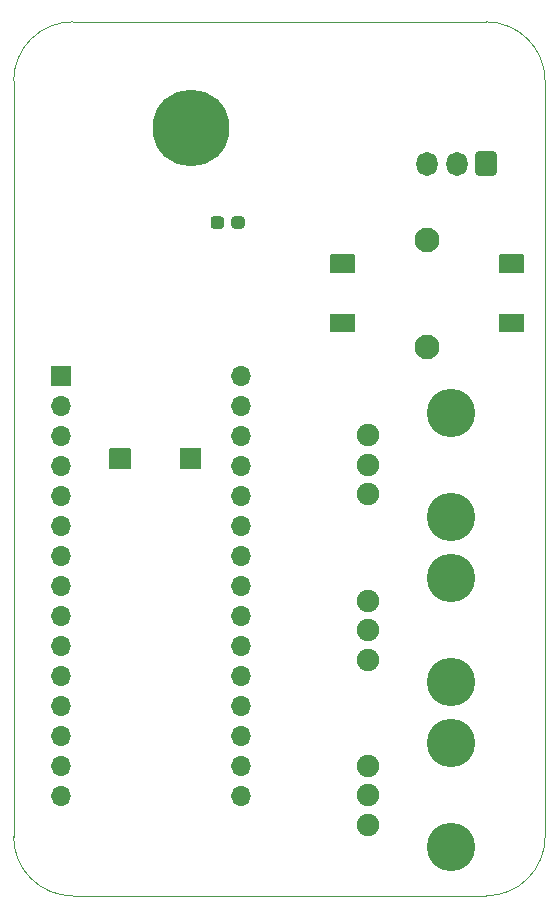
<source format=gbr>
%TF.GenerationSoftware,KiCad,Pcbnew,(5.1.10)-1*%
%TF.CreationDate,2022-05-06T17:00:31+02:00*%
%TF.ProjectId,LTE_HW,4c54455f-4857-42e6-9b69-6361645f7063,rev?*%
%TF.SameCoordinates,Original*%
%TF.FileFunction,Soldermask,Top*%
%TF.FilePolarity,Negative*%
%FSLAX46Y46*%
G04 Gerber Fmt 4.6, Leading zero omitted, Abs format (unit mm)*
G04 Created by KiCad (PCBNEW (5.1.10)-1) date 2022-05-06 17:00:31*
%MOMM*%
%LPD*%
G01*
G04 APERTURE LIST*
%TA.AperFunction,Profile*%
%ADD10C,0.050000*%
%TD*%
%ADD11O,1.700000X1.700000*%
%ADD12C,6.500000*%
%ADD13C,0.900000*%
%ADD14O,1.800000X2.050000*%
%ADD15C,2.100000*%
%ADD16C,1.900000*%
%ADD17C,4.100000*%
G04 APERTURE END LIST*
D10*
X150000000Y-145000000D02*
G75*
G02*
X145000000Y-150000000I-5000000J0D01*
G01*
X145000000Y-76000000D02*
G75*
G02*
X150000000Y-81000000I0J-5000000D01*
G01*
X105000000Y-81000000D02*
G75*
G02*
X110000000Y-76000000I5000000J0D01*
G01*
X110000000Y-150000000D02*
G75*
G02*
X105000000Y-145000000I0J5000000D01*
G01*
X145000000Y-76000000D02*
X110000000Y-76000000D01*
X150000000Y-145000000D02*
X150000000Y-81000000D01*
X110000000Y-150000000D02*
X145000000Y-150000000D01*
X105000000Y-81000000D02*
X105000000Y-145000000D01*
%TO.C,TP2*%
G36*
G01*
X113100000Y-113850000D02*
X113100000Y-112150000D01*
G75*
G02*
X113150000Y-112100000I50000J0D01*
G01*
X114850000Y-112100000D01*
G75*
G02*
X114900000Y-112150000I0J-50000D01*
G01*
X114900000Y-113850000D01*
G75*
G02*
X114850000Y-113900000I-50000J0D01*
G01*
X113150000Y-113900000D01*
G75*
G02*
X113100000Y-113850000I0J50000D01*
G01*
G37*
%TD*%
%TO.C,TP1*%
G36*
G01*
X119100000Y-113850000D02*
X119100000Y-112150000D01*
G75*
G02*
X119150000Y-112100000I50000J0D01*
G01*
X120850000Y-112100000D01*
G75*
G02*
X120900000Y-112150000I0J-50000D01*
G01*
X120900000Y-113850000D01*
G75*
G02*
X120850000Y-113900000I-50000J0D01*
G01*
X119150000Y-113900000D01*
G75*
G02*
X119100000Y-113850000I0J50000D01*
G01*
G37*
%TD*%
%TO.C,A1*%
G36*
G01*
X108150000Y-106800000D02*
X108150000Y-105200000D01*
G75*
G02*
X108200000Y-105150000I50000J0D01*
G01*
X109800000Y-105150000D01*
G75*
G02*
X109850000Y-105200000I0J-50000D01*
G01*
X109850000Y-106800000D01*
G75*
G02*
X109800000Y-106850000I-50000J0D01*
G01*
X108200000Y-106850000D01*
G75*
G02*
X108150000Y-106800000I0J50000D01*
G01*
G37*
D11*
X124240000Y-139020000D03*
X109000000Y-108540000D03*
X124240000Y-136480000D03*
X109000000Y-111080000D03*
X124240000Y-133940000D03*
X109000000Y-113620000D03*
X124240000Y-131400000D03*
X109000000Y-116160000D03*
X124240000Y-128860000D03*
X109000000Y-118700000D03*
X124240000Y-126320000D03*
X109000000Y-121240000D03*
X124240000Y-123780000D03*
X109000000Y-123780000D03*
X124240000Y-121240000D03*
X109000000Y-126320000D03*
X124240000Y-118700000D03*
X109000000Y-128860000D03*
X124240000Y-116160000D03*
X109000000Y-131400000D03*
X124240000Y-113620000D03*
X109000000Y-133940000D03*
X124240000Y-111080000D03*
X109000000Y-136480000D03*
X124240000Y-108540000D03*
X109000000Y-139020000D03*
X124240000Y-106000000D03*
X109000000Y-141560000D03*
X124240000Y-141560000D03*
%TD*%
D12*
%TO.C,H1*%
X120000000Y-85000000D03*
D13*
X122400000Y-85000000D03*
X121697056Y-86697056D03*
X120000000Y-87400000D03*
X118302944Y-86697056D03*
X117600000Y-85000000D03*
X118302944Y-83302944D03*
X120000000Y-82600000D03*
X121697056Y-83302944D03*
%TD*%
%TO.C,J1*%
G36*
G01*
X145900000Y-87239705D02*
X145900000Y-88760295D01*
G75*
G02*
X145635295Y-89025000I-264705J0D01*
G01*
X144364705Y-89025000D01*
G75*
G02*
X144100000Y-88760295I0J264705D01*
G01*
X144100000Y-87239705D01*
G75*
G02*
X144364705Y-86975000I264705J0D01*
G01*
X145635295Y-86975000D01*
G75*
G02*
X145900000Y-87239705I0J-264705D01*
G01*
G37*
D14*
X142500000Y-88000000D03*
X140000000Y-88000000D03*
%TD*%
%TO.C,R1*%
G36*
G01*
X124575000Y-92737500D02*
X124575000Y-93262500D01*
G75*
G02*
X124312500Y-93525000I-262500J0D01*
G01*
X123687500Y-93525000D01*
G75*
G02*
X123425000Y-93262500I0J262500D01*
G01*
X123425000Y-92737500D01*
G75*
G02*
X123687500Y-92475000I262500J0D01*
G01*
X124312500Y-92475000D01*
G75*
G02*
X124575000Y-92737500I0J-262500D01*
G01*
G37*
G36*
G01*
X122825000Y-92737500D02*
X122825000Y-93262500D01*
G75*
G02*
X122562500Y-93525000I-262500J0D01*
G01*
X121937500Y-93525000D01*
G75*
G02*
X121675000Y-93262500I0J262500D01*
G01*
X121675000Y-92737500D01*
G75*
G02*
X121937500Y-92475000I262500J0D01*
G01*
X122562500Y-92475000D01*
G75*
G02*
X122825000Y-92737500I0J-262500D01*
G01*
G37*
%TD*%
%TO.C,SW1*%
G36*
G01*
X146100000Y-102250000D02*
X146100000Y-100750000D01*
G75*
G02*
X146150000Y-100700000I50000J0D01*
G01*
X148150000Y-100700000D01*
G75*
G02*
X148200000Y-100750000I0J-50000D01*
G01*
X148200000Y-102250000D01*
G75*
G02*
X148150000Y-102300000I-50000J0D01*
G01*
X146150000Y-102300000D01*
G75*
G02*
X146100000Y-102250000I0J50000D01*
G01*
G37*
G36*
G01*
X131800000Y-102250000D02*
X131800000Y-100750000D01*
G75*
G02*
X131850000Y-100700000I50000J0D01*
G01*
X133850000Y-100700000D01*
G75*
G02*
X133900000Y-100750000I0J-50000D01*
G01*
X133900000Y-102250000D01*
G75*
G02*
X133850000Y-102300000I-50000J0D01*
G01*
X131850000Y-102300000D01*
G75*
G02*
X131800000Y-102250000I0J50000D01*
G01*
G37*
G36*
G01*
X131800000Y-97250000D02*
X131800000Y-95750000D01*
G75*
G02*
X131850000Y-95700000I50000J0D01*
G01*
X133850000Y-95700000D01*
G75*
G02*
X133900000Y-95750000I0J-50000D01*
G01*
X133900000Y-97250000D01*
G75*
G02*
X133850000Y-97300000I-50000J0D01*
G01*
X131850000Y-97300000D01*
G75*
G02*
X131800000Y-97250000I0J50000D01*
G01*
G37*
G36*
G01*
X146100000Y-97250000D02*
X146100000Y-95750000D01*
G75*
G02*
X146150000Y-95700000I50000J0D01*
G01*
X148150000Y-95700000D01*
G75*
G02*
X148200000Y-95750000I0J-50000D01*
G01*
X148200000Y-97250000D01*
G75*
G02*
X148150000Y-97300000I-50000J0D01*
G01*
X146150000Y-97300000D01*
G75*
G02*
X146100000Y-97250000I0J50000D01*
G01*
G37*
D15*
X140000000Y-103500000D03*
X140000000Y-94500000D03*
%TD*%
D16*
%TO.C,RV1*%
X135000000Y-139000000D03*
X135000000Y-141500000D03*
X135000000Y-144000000D03*
D17*
X142000000Y-137100000D03*
X142000000Y-145900000D03*
%TD*%
%TO.C,RV2*%
X142000000Y-131900000D03*
X142000000Y-123100000D03*
D16*
X135000000Y-130000000D03*
X135000000Y-127500000D03*
X135000000Y-125000000D03*
%TD*%
%TO.C,RV3*%
X135000000Y-111000000D03*
X135000000Y-113500000D03*
X135000000Y-116000000D03*
D17*
X142000000Y-109100000D03*
X142000000Y-117900000D03*
%TD*%
M02*

</source>
